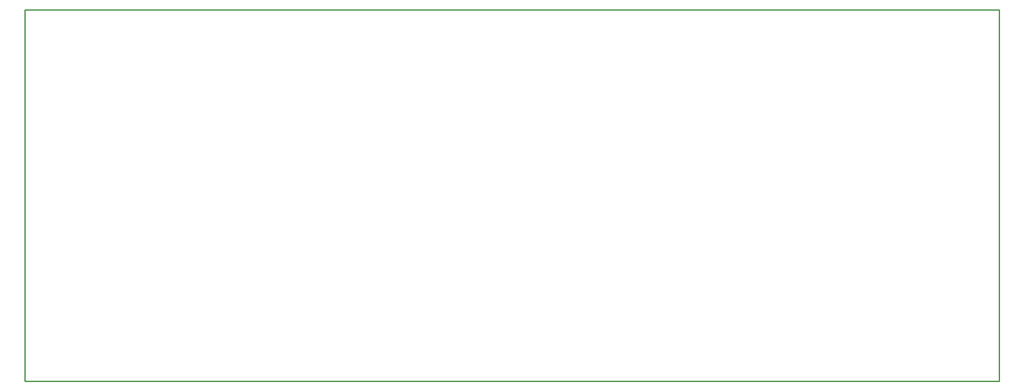
<source format=gbr>
G04 EAGLE Gerber RS-274X export*
G75*
%MOMM*%
%FSLAX34Y34*%
%LPD*%
%IN*%
%IPPOS*%
%AMOC8*
5,1,8,0,0,1.08239X$1,22.5*%
G01*
%ADD10C,0.254000*%


D10*
X0Y0D02*
X1927100Y0D01*
X1927100Y736500D01*
X0Y736500D01*
X0Y0D01*
M02*

</source>
